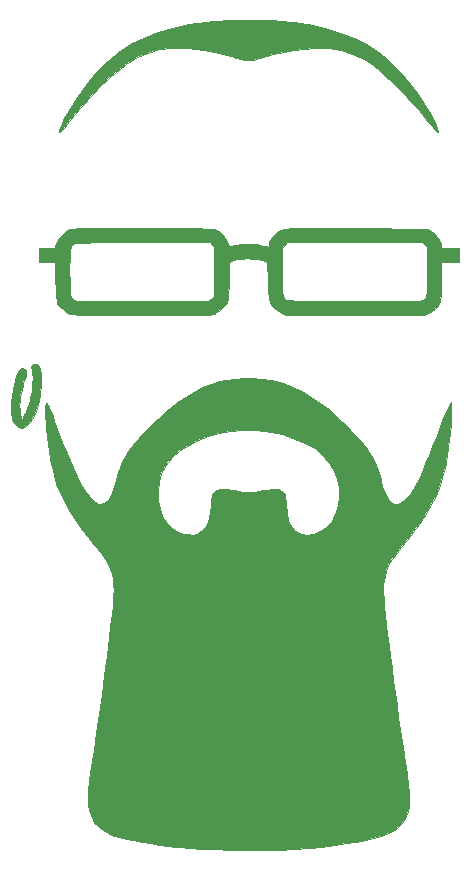
<source format=gbr>
%TF.GenerationSoftware,KiCad,Pcbnew,5.1.6-c6e7f7d~87~ubuntu20.04.1*%
%TF.CreationDate,2020-07-24T20:42:58-07:00*%
%TF.ProjectId,bcdc-coaster,62636463-2d63-46f6-9173-7465722e6b69,rev?*%
%TF.SameCoordinates,Original*%
%TF.FileFunction,Soldermask,Bot*%
%TF.FilePolarity,Negative*%
%FSLAX46Y46*%
G04 Gerber Fmt 4.6, Leading zero omitted, Abs format (unit mm)*
G04 Created by KiCad (PCBNEW 5.1.6-c6e7f7d~87~ubuntu20.04.1) date 2020-07-24 20:42:58*
%MOMM*%
%LPD*%
G01*
G04 APERTURE LIST*
%ADD10C,0.010000*%
G04 APERTURE END LIST*
D10*
%TO.C,G\u002A\u002A\u002A*%
G36*
X105833Y35029969D02*
G01*
X-645816Y35028162D01*
X-1276655Y35022811D01*
X-1806957Y35013187D01*
X-2256993Y34998563D01*
X-2647038Y34978209D01*
X-2997364Y34951398D01*
X-3328243Y34917401D01*
X-3457222Y34901934D01*
X-4919527Y34678223D01*
X-6279584Y34384002D01*
X-7529466Y34021242D01*
X-8572500Y33629822D01*
X-9709253Y33072871D01*
X-10786702Y32387920D01*
X-11804764Y31575050D01*
X-12763358Y30634345D01*
X-13662403Y29565886D01*
X-14501816Y28369755D01*
X-15281516Y27046035D01*
X-15454386Y26719701D01*
X-15692348Y26247575D01*
X-15854113Y25894110D01*
X-15939480Y25659190D01*
X-15948246Y25542698D01*
X-15880211Y25544518D01*
X-15735172Y25664533D01*
X-15512930Y25902627D01*
X-15213282Y26258684D01*
X-15036679Y26478008D01*
X-14142605Y27567131D01*
X-13283717Y28542471D01*
X-12443532Y29421558D01*
X-11605568Y30221922D01*
X-11080910Y30685453D01*
X-10204376Y31359370D01*
X-9305276Y31895302D01*
X-8376749Y32295495D01*
X-7411930Y32562200D01*
X-6403957Y32697663D01*
X-5345967Y32704135D01*
X-4995205Y32679283D01*
X-4336126Y32602719D01*
X-3598177Y32486312D01*
X-2827757Y32339439D01*
X-2071268Y32171478D01*
X-1375111Y31991808D01*
X-926477Y31856957D01*
X-548398Y31739753D01*
X-239987Y31664566D01*
X33721Y31632299D01*
X307685Y31643857D01*
X616870Y31700142D01*
X996236Y31802060D01*
X1371519Y31916360D01*
X2224368Y32157402D01*
X3103396Y32360050D01*
X3982329Y32520673D01*
X4834892Y32635638D01*
X5634811Y32701314D01*
X6355810Y32714069D01*
X6894384Y32679753D01*
X7928791Y32491987D01*
X8924558Y32168791D01*
X9879191Y31711138D01*
X10672084Y31205964D01*
X11105484Y30869319D01*
X11605602Y30435246D01*
X12156189Y29920463D01*
X12740997Y29341686D01*
X13343776Y28715634D01*
X13948279Y28059022D01*
X14538257Y27388569D01*
X15097461Y26720990D01*
X15406672Y26334861D01*
X15633710Y26051339D01*
X15832916Y25812573D01*
X15987071Y25638449D01*
X16078957Y25548856D01*
X16093876Y25541111D01*
X16145194Y25600328D01*
X16157222Y25683632D01*
X16118663Y25855789D01*
X16009991Y26125508D01*
X15841718Y26474539D01*
X15624352Y26884633D01*
X15368404Y27337538D01*
X15084383Y27815005D01*
X14782801Y28298785D01*
X14474166Y28770627D01*
X14168990Y29212281D01*
X13962983Y29493794D01*
X13121399Y30517283D01*
X12222027Y31424401D01*
X11257050Y32219698D01*
X10218649Y32907728D01*
X9099008Y33493041D01*
X7890310Y33980190D01*
X6584737Y34373725D01*
X5174472Y34678199D01*
X5009445Y34706990D01*
X4498600Y34791201D01*
X4036108Y34859735D01*
X3598567Y34914133D01*
X3162578Y34955937D01*
X2704742Y34986687D01*
X2201659Y35007926D01*
X1629930Y35021194D01*
X966153Y35028032D01*
X186930Y35029983D01*
X105833Y35029969D01*
G37*
X105833Y35029969D02*
X-645816Y35028162D01*
X-1276655Y35022811D01*
X-1806957Y35013187D01*
X-2256993Y34998563D01*
X-2647038Y34978209D01*
X-2997364Y34951398D01*
X-3328243Y34917401D01*
X-3457222Y34901934D01*
X-4919527Y34678223D01*
X-6279584Y34384002D01*
X-7529466Y34021242D01*
X-8572500Y33629822D01*
X-9709253Y33072871D01*
X-10786702Y32387920D01*
X-11804764Y31575050D01*
X-12763358Y30634345D01*
X-13662403Y29565886D01*
X-14501816Y28369755D01*
X-15281516Y27046035D01*
X-15454386Y26719701D01*
X-15692348Y26247575D01*
X-15854113Y25894110D01*
X-15939480Y25659190D01*
X-15948246Y25542698D01*
X-15880211Y25544518D01*
X-15735172Y25664533D01*
X-15512930Y25902627D01*
X-15213282Y26258684D01*
X-15036679Y26478008D01*
X-14142605Y27567131D01*
X-13283717Y28542471D01*
X-12443532Y29421558D01*
X-11605568Y30221922D01*
X-11080910Y30685453D01*
X-10204376Y31359370D01*
X-9305276Y31895302D01*
X-8376749Y32295495D01*
X-7411930Y32562200D01*
X-6403957Y32697663D01*
X-5345967Y32704135D01*
X-4995205Y32679283D01*
X-4336126Y32602719D01*
X-3598177Y32486312D01*
X-2827757Y32339439D01*
X-2071268Y32171478D01*
X-1375111Y31991808D01*
X-926477Y31856957D01*
X-548398Y31739753D01*
X-239987Y31664566D01*
X33721Y31632299D01*
X307685Y31643857D01*
X616870Y31700142D01*
X996236Y31802060D01*
X1371519Y31916360D01*
X2224368Y32157402D01*
X3103396Y32360050D01*
X3982329Y32520673D01*
X4834892Y32635638D01*
X5634811Y32701314D01*
X6355810Y32714069D01*
X6894384Y32679753D01*
X7928791Y32491987D01*
X8924558Y32168791D01*
X9879191Y31711138D01*
X10672084Y31205964D01*
X11105484Y30869319D01*
X11605602Y30435246D01*
X12156189Y29920463D01*
X12740997Y29341686D01*
X13343776Y28715634D01*
X13948279Y28059022D01*
X14538257Y27388569D01*
X15097461Y26720990D01*
X15406672Y26334861D01*
X15633710Y26051339D01*
X15832916Y25812573D01*
X15987071Y25638449D01*
X16078957Y25548856D01*
X16093876Y25541111D01*
X16145194Y25600328D01*
X16157222Y25683632D01*
X16118663Y25855789D01*
X16009991Y26125508D01*
X15841718Y26474539D01*
X15624352Y26884633D01*
X15368404Y27337538D01*
X15084383Y27815005D01*
X14782801Y28298785D01*
X14474166Y28770627D01*
X14168990Y29212281D01*
X13962983Y29493794D01*
X13121399Y30517283D01*
X12222027Y31424401D01*
X11257050Y32219698D01*
X10218649Y32907728D01*
X9099008Y33493041D01*
X7890310Y33980190D01*
X6584737Y34373725D01*
X5174472Y34678199D01*
X5009445Y34706990D01*
X4498600Y34791201D01*
X4036108Y34859735D01*
X3598567Y34914133D01*
X3162578Y34955937D01*
X2704742Y34986687D01*
X2201659Y35007926D01*
X1629930Y35021194D01*
X966153Y35028032D01*
X186930Y35029983D01*
X105833Y35029969D01*
G36*
X-9946430Y17427166D02*
G01*
X-10865756Y17426850D01*
X-11662710Y17426054D01*
X-12346660Y17424554D01*
X-12926975Y17422131D01*
X-13413026Y17418562D01*
X-13814180Y17413626D01*
X-14139807Y17407103D01*
X-14399277Y17398769D01*
X-14601958Y17388405D01*
X-14757219Y17375789D01*
X-14874431Y17360698D01*
X-14962961Y17342913D01*
X-15032179Y17322211D01*
X-15091455Y17298371D01*
X-15131717Y17279854D01*
X-15516634Y17027833D01*
X-15843968Y16676433D01*
X-16079171Y16265497D01*
X-16128595Y16130284D01*
X-16253548Y15733889D01*
X-17638889Y15733889D01*
X-17638889Y14534445D01*
X-16237478Y14534445D01*
X-16214989Y12964583D01*
X-16204768Y12396545D01*
X-16188762Y11948892D01*
X-16161660Y11600898D01*
X-16118151Y11331838D01*
X-16052924Y11120986D01*
X-15960669Y10947618D01*
X-15836075Y10791008D01*
X-15673830Y10630431D01*
X-15599459Y10562485D01*
X-15504374Y10473900D01*
X-15421551Y10396205D01*
X-15341601Y10328691D01*
X-15255137Y10270646D01*
X-15152771Y10221358D01*
X-15025116Y10180117D01*
X-14862784Y10146211D01*
X-14656389Y10118930D01*
X-14396542Y10097561D01*
X-14073857Y10081394D01*
X-13678945Y10069717D01*
X-13202419Y10061820D01*
X-12634891Y10056991D01*
X-11966975Y10054518D01*
X-11189283Y10053691D01*
X-10292427Y10053799D01*
X-9267020Y10054130D01*
X-8890000Y10054167D01*
X-7842085Y10054215D01*
X-6925871Y10054513D01*
X-6131949Y10055285D01*
X-5450908Y10056759D01*
X-4873338Y10059162D01*
X-4389829Y10062721D01*
X-3990972Y10067661D01*
X-3667356Y10074211D01*
X-3409572Y10082596D01*
X-3208210Y10093044D01*
X-3053859Y10105781D01*
X-2937109Y10121035D01*
X-2848552Y10139030D01*
X-2778776Y10159996D01*
X-2718372Y10184158D01*
X-2674804Y10203937D01*
X-2276040Y10454296D01*
X-1934205Y10794971D01*
X-1724147Y11119316D01*
X-1678564Y11225981D01*
X-1643087Y11352855D01*
X-1615846Y11520197D01*
X-1594967Y11748266D01*
X-1578580Y12057320D01*
X-1564813Y12467618D01*
X-1552222Y12980138D01*
X-1516944Y14565553D01*
X-1164167Y14705331D01*
X-856638Y14787335D01*
X-454189Y14838562D01*
X385Y14859007D01*
X464289Y14848666D01*
X894730Y14807535D01*
X1248911Y14735609D01*
X1340556Y14705567D01*
X1728611Y14560716D01*
X1766266Y13012997D01*
X1781728Y12453311D01*
X1800758Y12013552D01*
X1828062Y11672536D01*
X1868345Y11409085D01*
X1926314Y11202016D01*
X2006674Y11030150D01*
X2114130Y10872304D01*
X2253389Y10707299D01*
X2286789Y10670116D01*
X2506928Y10472844D01*
X2778406Y10290196D01*
X2911006Y10221352D01*
X3280833Y10054167D01*
X8960556Y10043253D01*
X9851083Y10042302D01*
X10706295Y10042860D01*
X11514890Y10044832D01*
X12265568Y10048124D01*
X12947030Y10052639D01*
X13547974Y10058283D01*
X14057100Y10064960D01*
X14463107Y10072575D01*
X14754696Y10081032D01*
X14920566Y10090237D01*
X14947423Y10093734D01*
X15324025Y10217273D01*
X15686920Y10420012D01*
X15980703Y10669005D01*
X16046815Y10747454D01*
X16169696Y10917143D01*
X16263974Y11077685D01*
X16333407Y11250786D01*
X16381754Y11458153D01*
X16412772Y11721493D01*
X16430220Y12062513D01*
X16437855Y12502918D01*
X16439445Y13015234D01*
X16439445Y14534445D01*
X17921111Y14534445D01*
X17921111Y15733889D01*
X16457480Y15733889D01*
X16444463Y15815299D01*
X15240000Y15815299D01*
X15240000Y13779460D01*
X15239423Y13155082D01*
X15235784Y12656159D01*
X15226220Y12267037D01*
X15207867Y11972058D01*
X15177862Y11755569D01*
X15133341Y11601913D01*
X15071442Y11495435D01*
X14989302Y11420479D01*
X14884056Y11361390D01*
X14789976Y11318831D01*
X14674255Y11298936D01*
X14432102Y11281483D01*
X14076705Y11266426D01*
X13621251Y11253720D01*
X13078928Y11243318D01*
X12462924Y11235174D01*
X11786427Y11229242D01*
X11062623Y11225476D01*
X10304701Y11223830D01*
X9525849Y11224259D01*
X8739254Y11226716D01*
X7958104Y11231155D01*
X7195587Y11237530D01*
X6464889Y11245795D01*
X5779200Y11255905D01*
X5151707Y11267812D01*
X4595597Y11281472D01*
X4124058Y11296838D01*
X3750278Y11313864D01*
X3487444Y11332505D01*
X3348745Y11352714D01*
X3333730Y11358791D01*
X3227946Y11437245D01*
X3144067Y11527668D01*
X3079801Y11646166D01*
X3032853Y11808845D01*
X3000933Y12031810D01*
X2981746Y12331169D01*
X2973001Y12723027D01*
X2972405Y13223491D01*
X2977665Y13848667D01*
X2977780Y13859402D01*
X2998611Y15795412D01*
X3017674Y15815299D01*
X-2751667Y15815299D01*
X-2751667Y13773276D01*
X-2752079Y13181616D01*
X-2754040Y12714499D01*
X-2758632Y12355354D01*
X-2766936Y12087614D01*
X-2780037Y11894711D01*
X-2799018Y11760075D01*
X-2824960Y11667138D01*
X-2858947Y11599331D01*
X-2897216Y11546216D01*
X-3072932Y11391828D01*
X-3267633Y11296119D01*
X-3382943Y11283154D01*
X-3625832Y11271465D01*
X-3982774Y11261053D01*
X-4440243Y11251922D01*
X-4984713Y11244076D01*
X-5602657Y11237517D01*
X-6280549Y11232248D01*
X-7004863Y11228273D01*
X-7762073Y11225593D01*
X-8538652Y11224214D01*
X-9321075Y11224136D01*
X-10095815Y11225364D01*
X-10849345Y11227900D01*
X-11568141Y11231748D01*
X-12238675Y11236910D01*
X-12847422Y11243390D01*
X-13380855Y11251190D01*
X-13825448Y11260314D01*
X-14167674Y11270764D01*
X-14394008Y11282544D01*
X-14485198Y11293612D01*
X-14756345Y11433611D01*
X-14890628Y11593080D01*
X-14931582Y11669057D01*
X-14963508Y11758286D01*
X-14987521Y11878253D01*
X-15004740Y12046443D01*
X-15016279Y12280343D01*
X-15023257Y12597437D01*
X-15026790Y13015213D01*
X-15027994Y13551155D01*
X-15028069Y13745333D01*
X-15027201Y14348704D01*
X-15022954Y14827730D01*
X-15013139Y15199171D01*
X-14995567Y15479789D01*
X-14968050Y15686344D01*
X-14928398Y15835597D01*
X-14874423Y15944308D01*
X-14803937Y16029240D01*
X-14720214Y16102737D01*
X-14685559Y16124840D01*
X-14633656Y16144118D01*
X-14555264Y16160767D01*
X-14441143Y16174980D01*
X-14282054Y16186953D01*
X-14068755Y16196881D01*
X-13792007Y16204958D01*
X-13442569Y16211381D01*
X-13011202Y16216343D01*
X-12488666Y16220039D01*
X-11865719Y16222664D01*
X-11133122Y16224414D01*
X-10281635Y16225483D01*
X-9302017Y16226067D01*
X-8866934Y16226209D01*
X-3164145Y16227778D01*
X-2957906Y16021539D01*
X-2751667Y15815299D01*
X3017674Y15815299D01*
X3413067Y16227778D01*
X14827522Y16227778D01*
X15033761Y16021539D01*
X15240000Y15815299D01*
X16444463Y15815299D01*
X16413765Y16007269D01*
X16304552Y16335477D01*
X16096692Y16674120D01*
X15821880Y16979570D01*
X15563066Y17178222D01*
X15215854Y17391945D01*
X9228865Y17410753D01*
X8172093Y17414033D01*
X7247069Y17416670D01*
X6444429Y17418468D01*
X5754811Y17419233D01*
X5168851Y17418770D01*
X4677188Y17416884D01*
X4270457Y17413381D01*
X3939297Y17408064D01*
X3674343Y17400740D01*
X3466233Y17391214D01*
X3305605Y17379290D01*
X3183095Y17364774D01*
X3089341Y17347471D01*
X3014979Y17327186D01*
X2950646Y17303724D01*
X2891528Y17278846D01*
X2579266Y17094821D01*
X2291091Y16836294D01*
X2053341Y16536380D01*
X1892354Y16228193D01*
X1834445Y15949772D01*
X1824598Y15889710D01*
X1775447Y15866658D01*
X1657573Y15880896D01*
X1441557Y15932707D01*
X1358195Y15954321D01*
X840448Y16046813D01*
X244824Y16084025D01*
X-377058Y16066729D01*
X-973574Y15995697D01*
X-1350810Y15913767D01*
X-1475250Y15895200D01*
X-1550623Y15947421D01*
X-1615595Y16101300D01*
X-1626416Y16133788D01*
X-1847174Y16594966D01*
X-2171644Y16979784D01*
X-2578619Y17265714D01*
X-2773899Y17352724D01*
X-2884228Y17368187D01*
X-3128470Y17381829D01*
X-3507503Y17393659D01*
X-4022206Y17403688D01*
X-4673456Y17411927D01*
X-5462133Y17418386D01*
X-6389116Y17423076D01*
X-7455282Y17426009D01*
X-8661510Y17427194D01*
X-8895362Y17427222D01*
X-9946430Y17427166D01*
G37*
X-9946430Y17427166D02*
X-10865756Y17426850D01*
X-11662710Y17426054D01*
X-12346660Y17424554D01*
X-12926975Y17422131D01*
X-13413026Y17418562D01*
X-13814180Y17413626D01*
X-14139807Y17407103D01*
X-14399277Y17398769D01*
X-14601958Y17388405D01*
X-14757219Y17375789D01*
X-14874431Y17360698D01*
X-14962961Y17342913D01*
X-15032179Y17322211D01*
X-15091455Y17298371D01*
X-15131717Y17279854D01*
X-15516634Y17027833D01*
X-15843968Y16676433D01*
X-16079171Y16265497D01*
X-16128595Y16130284D01*
X-16253548Y15733889D01*
X-17638889Y15733889D01*
X-17638889Y14534445D01*
X-16237478Y14534445D01*
X-16214989Y12964583D01*
X-16204768Y12396545D01*
X-16188762Y11948892D01*
X-16161660Y11600898D01*
X-16118151Y11331838D01*
X-16052924Y11120986D01*
X-15960669Y10947618D01*
X-15836075Y10791008D01*
X-15673830Y10630431D01*
X-15599459Y10562485D01*
X-15504374Y10473900D01*
X-15421551Y10396205D01*
X-15341601Y10328691D01*
X-15255137Y10270646D01*
X-15152771Y10221358D01*
X-15025116Y10180117D01*
X-14862784Y10146211D01*
X-14656389Y10118930D01*
X-14396542Y10097561D01*
X-14073857Y10081394D01*
X-13678945Y10069717D01*
X-13202419Y10061820D01*
X-12634891Y10056991D01*
X-11966975Y10054518D01*
X-11189283Y10053691D01*
X-10292427Y10053799D01*
X-9267020Y10054130D01*
X-8890000Y10054167D01*
X-7842085Y10054215D01*
X-6925871Y10054513D01*
X-6131949Y10055285D01*
X-5450908Y10056759D01*
X-4873338Y10059162D01*
X-4389829Y10062721D01*
X-3990972Y10067661D01*
X-3667356Y10074211D01*
X-3409572Y10082596D01*
X-3208210Y10093044D01*
X-3053859Y10105781D01*
X-2937109Y10121035D01*
X-2848552Y10139030D01*
X-2778776Y10159996D01*
X-2718372Y10184158D01*
X-2674804Y10203937D01*
X-2276040Y10454296D01*
X-1934205Y10794971D01*
X-1724147Y11119316D01*
X-1678564Y11225981D01*
X-1643087Y11352855D01*
X-1615846Y11520197D01*
X-1594967Y11748266D01*
X-1578580Y12057320D01*
X-1564813Y12467618D01*
X-1552222Y12980138D01*
X-1516944Y14565553D01*
X-1164167Y14705331D01*
X-856638Y14787335D01*
X-454189Y14838562D01*
X385Y14859007D01*
X464289Y14848666D01*
X894730Y14807535D01*
X1248911Y14735609D01*
X1340556Y14705567D01*
X1728611Y14560716D01*
X1766266Y13012997D01*
X1781728Y12453311D01*
X1800758Y12013552D01*
X1828062Y11672536D01*
X1868345Y11409085D01*
X1926314Y11202016D01*
X2006674Y11030150D01*
X2114130Y10872304D01*
X2253389Y10707299D01*
X2286789Y10670116D01*
X2506928Y10472844D01*
X2778406Y10290196D01*
X2911006Y10221352D01*
X3280833Y10054167D01*
X8960556Y10043253D01*
X9851083Y10042302D01*
X10706295Y10042860D01*
X11514890Y10044832D01*
X12265568Y10048124D01*
X12947030Y10052639D01*
X13547974Y10058283D01*
X14057100Y10064960D01*
X14463107Y10072575D01*
X14754696Y10081032D01*
X14920566Y10090237D01*
X14947423Y10093734D01*
X15324025Y10217273D01*
X15686920Y10420012D01*
X15980703Y10669005D01*
X16046815Y10747454D01*
X16169696Y10917143D01*
X16263974Y11077685D01*
X16333407Y11250786D01*
X16381754Y11458153D01*
X16412772Y11721493D01*
X16430220Y12062513D01*
X16437855Y12502918D01*
X16439445Y13015234D01*
X16439445Y14534445D01*
X17921111Y14534445D01*
X17921111Y15733889D01*
X16457480Y15733889D01*
X16444463Y15815299D01*
X15240000Y15815299D01*
X15240000Y13779460D01*
X15239423Y13155082D01*
X15235784Y12656159D01*
X15226220Y12267037D01*
X15207867Y11972058D01*
X15177862Y11755569D01*
X15133341Y11601913D01*
X15071442Y11495435D01*
X14989302Y11420479D01*
X14884056Y11361390D01*
X14789976Y11318831D01*
X14674255Y11298936D01*
X14432102Y11281483D01*
X14076705Y11266426D01*
X13621251Y11253720D01*
X13078928Y11243318D01*
X12462924Y11235174D01*
X11786427Y11229242D01*
X11062623Y11225476D01*
X10304701Y11223830D01*
X9525849Y11224259D01*
X8739254Y11226716D01*
X7958104Y11231155D01*
X7195587Y11237530D01*
X6464889Y11245795D01*
X5779200Y11255905D01*
X5151707Y11267812D01*
X4595597Y11281472D01*
X4124058Y11296838D01*
X3750278Y11313864D01*
X3487444Y11332505D01*
X3348745Y11352714D01*
X3333730Y11358791D01*
X3227946Y11437245D01*
X3144067Y11527668D01*
X3079801Y11646166D01*
X3032853Y11808845D01*
X3000933Y12031810D01*
X2981746Y12331169D01*
X2973001Y12723027D01*
X2972405Y13223491D01*
X2977665Y13848667D01*
X2977780Y13859402D01*
X2998611Y15795412D01*
X3017674Y15815299D01*
X-2751667Y15815299D01*
X-2751667Y13773276D01*
X-2752079Y13181616D01*
X-2754040Y12714499D01*
X-2758632Y12355354D01*
X-2766936Y12087614D01*
X-2780037Y11894711D01*
X-2799018Y11760075D01*
X-2824960Y11667138D01*
X-2858947Y11599331D01*
X-2897216Y11546216D01*
X-3072932Y11391828D01*
X-3267633Y11296119D01*
X-3382943Y11283154D01*
X-3625832Y11271465D01*
X-3982774Y11261053D01*
X-4440243Y11251922D01*
X-4984713Y11244076D01*
X-5602657Y11237517D01*
X-6280549Y11232248D01*
X-7004863Y11228273D01*
X-7762073Y11225593D01*
X-8538652Y11224214D01*
X-9321075Y11224136D01*
X-10095815Y11225364D01*
X-10849345Y11227900D01*
X-11568141Y11231748D01*
X-12238675Y11236910D01*
X-12847422Y11243390D01*
X-13380855Y11251190D01*
X-13825448Y11260314D01*
X-14167674Y11270764D01*
X-14394008Y11282544D01*
X-14485198Y11293612D01*
X-14756345Y11433611D01*
X-14890628Y11593080D01*
X-14931582Y11669057D01*
X-14963508Y11758286D01*
X-14987521Y11878253D01*
X-15004740Y12046443D01*
X-15016279Y12280343D01*
X-15023257Y12597437D01*
X-15026790Y13015213D01*
X-15027994Y13551155D01*
X-15028069Y13745333D01*
X-15027201Y14348704D01*
X-15022954Y14827730D01*
X-15013139Y15199171D01*
X-14995567Y15479789D01*
X-14968050Y15686344D01*
X-14928398Y15835597D01*
X-14874423Y15944308D01*
X-14803937Y16029240D01*
X-14720214Y16102737D01*
X-14685559Y16124840D01*
X-14633656Y16144118D01*
X-14555264Y16160767D01*
X-14441143Y16174980D01*
X-14282054Y16186953D01*
X-14068755Y16196881D01*
X-13792007Y16204958D01*
X-13442569Y16211381D01*
X-13011202Y16216343D01*
X-12488666Y16220039D01*
X-11865719Y16222664D01*
X-11133122Y16224414D01*
X-10281635Y16225483D01*
X-9302017Y16226067D01*
X-8866934Y16226209D01*
X-3164145Y16227778D01*
X-2957906Y16021539D01*
X-2751667Y15815299D01*
X3017674Y15815299D01*
X3413067Y16227778D01*
X14827522Y16227778D01*
X15033761Y16021539D01*
X15240000Y15815299D01*
X16444463Y15815299D01*
X16413765Y16007269D01*
X16304552Y16335477D01*
X16096692Y16674120D01*
X15821880Y16979570D01*
X15563066Y17178222D01*
X15215854Y17391945D01*
X9228865Y17410753D01*
X8172093Y17414033D01*
X7247069Y17416670D01*
X6444429Y17418468D01*
X5754811Y17419233D01*
X5168851Y17418770D01*
X4677188Y17416884D01*
X4270457Y17413381D01*
X3939297Y17408064D01*
X3674343Y17400740D01*
X3466233Y17391214D01*
X3305605Y17379290D01*
X3183095Y17364774D01*
X3089341Y17347471D01*
X3014979Y17327186D01*
X2950646Y17303724D01*
X2891528Y17278846D01*
X2579266Y17094821D01*
X2291091Y16836294D01*
X2053341Y16536380D01*
X1892354Y16228193D01*
X1834445Y15949772D01*
X1824598Y15889710D01*
X1775447Y15866658D01*
X1657573Y15880896D01*
X1441557Y15932707D01*
X1358195Y15954321D01*
X840448Y16046813D01*
X244824Y16084025D01*
X-377058Y16066729D01*
X-973574Y15995697D01*
X-1350810Y15913767D01*
X-1475250Y15895200D01*
X-1550623Y15947421D01*
X-1615595Y16101300D01*
X-1626416Y16133788D01*
X-1847174Y16594966D01*
X-2171644Y16979784D01*
X-2578619Y17265714D01*
X-2773899Y17352724D01*
X-2884228Y17368187D01*
X-3128470Y17381829D01*
X-3507503Y17393659D01*
X-4022206Y17403688D01*
X-4673456Y17411927D01*
X-5462133Y17418386D01*
X-6389116Y17423076D01*
X-7455282Y17426009D01*
X-8661510Y17427194D01*
X-8895362Y17427222D01*
X-9946430Y17427166D01*
G36*
X-18046937Y5951107D02*
G01*
X-18184991Y5863469D01*
X-18248560Y5684431D01*
X-18240090Y5401652D01*
X-18200804Y5173966D01*
X-18151785Y4737067D01*
X-18160422Y4207820D01*
X-18224053Y3621445D01*
X-18340013Y3013160D01*
X-18375216Y2868291D01*
X-18473507Y2529975D01*
X-18595654Y2181872D01*
X-18728573Y1854469D01*
X-18859178Y1578254D01*
X-18974386Y1383714D01*
X-19044606Y1308612D01*
X-19109596Y1334206D01*
X-19168786Y1476681D01*
X-19217147Y1711811D01*
X-19249651Y2015368D01*
X-19261273Y2352528D01*
X-19238559Y2769144D01*
X-19176283Y3257450D01*
X-19084019Y3765400D01*
X-18971340Y4240947D01*
X-18847820Y4632044D01*
X-18836669Y4660888D01*
X-18721768Y5030067D01*
X-18707110Y5300193D01*
X-18792695Y5471152D01*
X-18840998Y5504760D01*
X-19027249Y5547638D01*
X-19201780Y5467105D01*
X-19367222Y5259257D01*
X-19526204Y4920192D01*
X-19681356Y4446006D01*
X-19763694Y4135517D01*
X-19846313Y3718785D01*
X-19907196Y3239951D01*
X-19945012Y2734842D01*
X-19958433Y2239283D01*
X-19946130Y1789101D01*
X-19906773Y1420123D01*
X-19870526Y1255713D01*
X-19717177Y892784D01*
X-19508901Y645547D01*
X-19258245Y520385D01*
X-18977756Y523683D01*
X-18690017Y655004D01*
X-18438179Y893860D01*
X-18199158Y1252040D01*
X-17980015Y1707872D01*
X-17787812Y2239687D01*
X-17629609Y2825814D01*
X-17512467Y3444582D01*
X-17443447Y4074322D01*
X-17427506Y4529722D01*
X-17451098Y5072208D01*
X-17521973Y5488232D01*
X-17639331Y5775959D01*
X-17802373Y5933553D01*
X-18010299Y5959181D01*
X-18046937Y5951107D01*
G37*
X-18046937Y5951107D02*
X-18184991Y5863469D01*
X-18248560Y5684431D01*
X-18240090Y5401652D01*
X-18200804Y5173966D01*
X-18151785Y4737067D01*
X-18160422Y4207820D01*
X-18224053Y3621445D01*
X-18340013Y3013160D01*
X-18375216Y2868291D01*
X-18473507Y2529975D01*
X-18595654Y2181872D01*
X-18728573Y1854469D01*
X-18859178Y1578254D01*
X-18974386Y1383714D01*
X-19044606Y1308612D01*
X-19109596Y1334206D01*
X-19168786Y1476681D01*
X-19217147Y1711811D01*
X-19249651Y2015368D01*
X-19261273Y2352528D01*
X-19238559Y2769144D01*
X-19176283Y3257450D01*
X-19084019Y3765400D01*
X-18971340Y4240947D01*
X-18847820Y4632044D01*
X-18836669Y4660888D01*
X-18721768Y5030067D01*
X-18707110Y5300193D01*
X-18792695Y5471152D01*
X-18840998Y5504760D01*
X-19027249Y5547638D01*
X-19201780Y5467105D01*
X-19367222Y5259257D01*
X-19526204Y4920192D01*
X-19681356Y4446006D01*
X-19763694Y4135517D01*
X-19846313Y3718785D01*
X-19907196Y3239951D01*
X-19945012Y2734842D01*
X-19958433Y2239283D01*
X-19946130Y1789101D01*
X-19906773Y1420123D01*
X-19870526Y1255713D01*
X-19717177Y892784D01*
X-19508901Y645547D01*
X-19258245Y520385D01*
X-18977756Y523683D01*
X-18690017Y655004D01*
X-18438179Y893860D01*
X-18199158Y1252040D01*
X-17980015Y1707872D01*
X-17787812Y2239687D01*
X-17629609Y2825814D01*
X-17512467Y3444582D01*
X-17443447Y4074322D01*
X-17427506Y4529722D01*
X-17451098Y5072208D01*
X-17521973Y5488232D01*
X-17639331Y5775959D01*
X-17802373Y5933553D01*
X-18010299Y5959181D01*
X-18046937Y5951107D01*
G36*
X-211667Y4705590D02*
G01*
X-1010684Y4663381D01*
X-1709394Y4582813D01*
X-2345480Y4455051D01*
X-2956622Y4271258D01*
X-3580504Y4022599D01*
X-4039195Y3808050D01*
X-4891548Y3341284D01*
X-5750746Y2772619D01*
X-6626959Y2094206D01*
X-7530354Y1298192D01*
X-8434551Y414124D01*
X-8778551Y57217D01*
X-9114370Y-301132D01*
X-9419836Y-636528D01*
X-9672780Y-924575D01*
X-9851030Y-1140876D01*
X-9868855Y-1164167D01*
X-10257960Y-1749053D01*
X-10598834Y-2396450D01*
X-10867254Y-3055651D01*
X-11014840Y-3563055D01*
X-11178165Y-4217213D01*
X-11340681Y-4744390D01*
X-11509265Y-5158504D01*
X-11690795Y-5473477D01*
X-11892148Y-5703228D01*
X-12120200Y-5861676D01*
X-12160332Y-5881677D01*
X-12345891Y-5954959D01*
X-12490780Y-5956797D01*
X-12644435Y-5903320D01*
X-12957307Y-5706109D01*
X-13291426Y-5370360D01*
X-13646317Y-4896964D01*
X-14021506Y-4286813D01*
X-14416519Y-3540799D01*
X-14830883Y-2659812D01*
X-15264124Y-1644745D01*
X-15715767Y-496488D01*
X-16157394Y705556D01*
X-16311798Y1129619D01*
X-16465728Y1536482D01*
X-16607256Y1895745D01*
X-16724453Y2177007D01*
X-16794143Y2328333D01*
X-16902431Y2538150D01*
X-16965852Y2635838D01*
X-17003113Y2635252D01*
X-17032919Y2550244D01*
X-17042682Y2512396D01*
X-17070685Y2290539D01*
X-17076508Y1950213D01*
X-17062139Y1511975D01*
X-17029564Y996381D01*
X-16980770Y423989D01*
X-16917744Y-184645D01*
X-16842472Y-808964D01*
X-16756941Y-1428410D01*
X-16663139Y-2022426D01*
X-16563052Y-2570457D01*
X-16540736Y-2681111D01*
X-16358277Y-3460348D01*
X-16136049Y-4197602D01*
X-15864554Y-4911120D01*
X-15534294Y-5619152D01*
X-15135770Y-6339945D01*
X-14659485Y-7091748D01*
X-14095942Y-7892809D01*
X-13435642Y-8761377D01*
X-13260547Y-8983381D01*
X-12786296Y-9585756D01*
X-12387709Y-10110855D01*
X-12059758Y-10577717D01*
X-11797415Y-11005379D01*
X-11595656Y-11412880D01*
X-11449452Y-11819259D01*
X-11353777Y-12243553D01*
X-11303605Y-12704801D01*
X-11293908Y-13222042D01*
X-11319661Y-13814314D01*
X-11375836Y-14500655D01*
X-11457407Y-15300103D01*
X-11496843Y-15663333D01*
X-11670461Y-17191912D01*
X-11863970Y-18792728D01*
X-12073052Y-20433952D01*
X-12293388Y-22083754D01*
X-12520660Y-23710304D01*
X-12750548Y-25281771D01*
X-12978736Y-26766327D01*
X-13133754Y-27728333D01*
X-13279864Y-28678490D01*
X-13383330Y-29506945D01*
X-13443338Y-30226767D01*
X-13459074Y-30851022D01*
X-13429726Y-31392778D01*
X-13354479Y-31865102D01*
X-13232520Y-32281062D01*
X-13063036Y-32653725D01*
X-12845212Y-32996158D01*
X-12802214Y-33053751D01*
X-12549825Y-33312266D01*
X-12202168Y-33570413D01*
X-11802470Y-33800767D01*
X-11393956Y-33975904D01*
X-11300993Y-34006191D01*
X-10847528Y-34129620D01*
X-10280359Y-34261418D01*
X-9626286Y-34396857D01*
X-8912106Y-34531210D01*
X-8164618Y-34659750D01*
X-7410621Y-34777750D01*
X-6676913Y-34880481D01*
X-5990293Y-34963218D01*
X-5715000Y-34991586D01*
X-4796942Y-35067788D01*
X-3769641Y-35130735D01*
X-2664395Y-35179867D01*
X-1512499Y-35214627D01*
X-345251Y-35234456D01*
X806054Y-35238796D01*
X1910119Y-35227089D01*
X2935648Y-35198777D01*
X3739445Y-35160214D01*
X5395206Y-35037373D01*
X6960455Y-34872933D01*
X8423960Y-34668486D01*
X9774486Y-34425625D01*
X11000798Y-34145942D01*
X11128122Y-34112867D01*
X11803488Y-33895795D01*
X12356001Y-33629178D01*
X12797651Y-33305054D01*
X13140430Y-32915461D01*
X13285877Y-32680150D01*
X13461780Y-32303937D01*
X13591560Y-31897120D01*
X13675619Y-31444993D01*
X13714361Y-30932849D01*
X13708189Y-30345981D01*
X13657505Y-29669683D01*
X13562715Y-28889248D01*
X13424221Y-27989970D01*
X13415884Y-27940000D01*
X13266478Y-27027006D01*
X13114997Y-26062780D01*
X12962820Y-25058469D01*
X12811327Y-24025218D01*
X12661896Y-22974172D01*
X12515906Y-21916478D01*
X12374734Y-20863280D01*
X12239761Y-19825725D01*
X12112365Y-18814957D01*
X11993924Y-17842123D01*
X11885818Y-16918367D01*
X11789424Y-16054836D01*
X11706122Y-15262675D01*
X11637290Y-14553030D01*
X11584307Y-13937046D01*
X11548552Y-13425869D01*
X11531403Y-13030644D01*
X11534240Y-12762517D01*
X11535820Y-12741396D01*
X11653025Y-11988221D01*
X11878189Y-11301541D01*
X12222467Y-10654792D01*
X12659726Y-10065391D01*
X13034457Y-9608442D01*
X13443278Y-9090697D01*
X13861508Y-8544881D01*
X14264470Y-8003714D01*
X14627486Y-7499920D01*
X14925875Y-7066221D01*
X14956275Y-7020278D01*
X15517652Y-6105979D01*
X15971771Y-5223347D01*
X16334669Y-4335408D01*
X16622380Y-3405190D01*
X16748781Y-2887230D01*
X16856011Y-2358941D01*
X16957787Y-1763442D01*
X17051512Y-1125512D01*
X17134590Y-469930D01*
X17204424Y178521D01*
X17258417Y795063D01*
X17293973Y1354915D01*
X17308494Y1833298D01*
X17299385Y2205430D01*
X17291611Y2293056D01*
X17244882Y2716389D01*
X17010370Y2222500D01*
X16922769Y2025424D01*
X16794216Y1719183D01*
X16633897Y1326512D01*
X16451001Y870149D01*
X16254714Y372830D01*
X16054225Y-142708D01*
X16046195Y-163523D01*
X15832028Y-713588D01*
X15608885Y-1277303D01*
X15388902Y-1824670D01*
X15184216Y-2325694D01*
X15006962Y-2750377D01*
X14886348Y-3030249D01*
X14536332Y-3775163D01*
X14187204Y-4425094D01*
X13844924Y-4971248D01*
X13515452Y-5404836D01*
X13204747Y-5717065D01*
X12951448Y-5884523D01*
X12768136Y-5956277D01*
X12623235Y-5955721D01*
X12473343Y-5902132D01*
X12192405Y-5731528D01*
X11948813Y-5470062D01*
X11856400Y-5311868D01*
X7806018Y-5311868D01*
X7687969Y-6063371D01*
X7471310Y-6762634D01*
X7184293Y-7341047D01*
X6824312Y-7801541D01*
X6388761Y-8147046D01*
X5875034Y-8380494D01*
X5554860Y-8462852D01*
X5069102Y-8522727D01*
X4667034Y-8490123D01*
X4405785Y-8404145D01*
X4103235Y-8206067D01*
X3818095Y-7912380D01*
X3588435Y-7567063D01*
X3490908Y-7347190D01*
X3439801Y-7143782D01*
X3389340Y-6842566D01*
X3345850Y-6486731D01*
X3319088Y-6173611D01*
X3284706Y-5735734D01*
X3244130Y-5413335D01*
X3189865Y-5180786D01*
X3114417Y-5012460D01*
X3010289Y-4882728D01*
X2918109Y-4802559D01*
X2809464Y-4728440D01*
X2691444Y-4685175D01*
X2527418Y-4667267D01*
X2280754Y-4669218D01*
X2083812Y-4677357D01*
X1725179Y-4706399D01*
X1353201Y-4756419D01*
X1038051Y-4817616D01*
X987778Y-4830399D01*
X591162Y-4899551D01*
X126305Y-4922892D01*
X-352103Y-4902109D01*
X-789377Y-4838893D01*
X-1049565Y-4767503D01*
X-1318760Y-4703375D01*
X-1674612Y-4664855D01*
X-1939633Y-4656667D01*
X-2288608Y-4669700D01*
X-2553017Y-4720298D01*
X-2745959Y-4825707D01*
X-2880533Y-5003174D01*
X-2969836Y-5269947D01*
X-3026968Y-5643271D01*
X-3064907Y-6138333D01*
X-3114083Y-6686945D01*
X-3195968Y-7127837D01*
X-3319342Y-7492355D01*
X-3492985Y-7811845D01*
X-3561311Y-7910670D01*
X-3858485Y-8231724D01*
X-4204042Y-8433490D01*
X-4611575Y-8520232D01*
X-5094682Y-8496214D01*
X-5305833Y-8457891D01*
X-5880482Y-8270271D01*
X-6378092Y-7972427D01*
X-6785622Y-7574347D01*
X-7086350Y-7093849D01*
X-7370008Y-6343596D01*
X-7527207Y-5571712D01*
X-7557755Y-4797132D01*
X-7461457Y-4038794D01*
X-7238120Y-3315632D01*
X-7127374Y-3069167D01*
X-6748272Y-2450604D01*
X-6248353Y-1881721D01*
X-5640511Y-1367099D01*
X-4937639Y-911320D01*
X-4152631Y-518964D01*
X-3298382Y-194614D01*
X-2387785Y57149D01*
X-1433733Y231742D01*
X-449121Y324586D01*
X553157Y331097D01*
X1560209Y246695D01*
X2010833Y177950D01*
X2929918Y-24204D01*
X3820739Y-300288D01*
X4653350Y-638665D01*
X5397806Y-1027701D01*
X5820103Y-1302128D01*
X6459349Y-1836100D01*
X6980346Y-2436685D01*
X7379302Y-3094217D01*
X7652427Y-3799035D01*
X7795930Y-4541473D01*
X7806018Y-5311868D01*
X11856400Y-5311868D01*
X11736222Y-5106149D01*
X11548292Y-4628205D01*
X11378678Y-4024643D01*
X11329363Y-3812629D01*
X11097778Y-3016928D01*
X10768370Y-2232114D01*
X10363144Y-1506235D01*
X10100315Y-1128889D01*
X9945199Y-940130D01*
X9710690Y-674405D01*
X9417486Y-354219D01*
X9086284Y-2074D01*
X8737784Y359526D01*
X8632950Y466490D01*
X7787845Y1292853D01*
X6987737Y2005896D01*
X6215239Y2618869D01*
X5452961Y3145021D01*
X4683513Y3597602D01*
X4198056Y3845699D01*
X3466974Y4167925D01*
X2760378Y4409326D01*
X2045186Y4576351D01*
X1288315Y4675453D01*
X456683Y4713081D01*
X-211667Y4705590D01*
G37*
X-211667Y4705590D02*
X-1010684Y4663381D01*
X-1709394Y4582813D01*
X-2345480Y4455051D01*
X-2956622Y4271258D01*
X-3580504Y4022599D01*
X-4039195Y3808050D01*
X-4891548Y3341284D01*
X-5750746Y2772619D01*
X-6626959Y2094206D01*
X-7530354Y1298192D01*
X-8434551Y414124D01*
X-8778551Y57217D01*
X-9114370Y-301132D01*
X-9419836Y-636528D01*
X-9672780Y-924575D01*
X-9851030Y-1140876D01*
X-9868855Y-1164167D01*
X-10257960Y-1749053D01*
X-10598834Y-2396450D01*
X-10867254Y-3055651D01*
X-11014840Y-3563055D01*
X-11178165Y-4217213D01*
X-11340681Y-4744390D01*
X-11509265Y-5158504D01*
X-11690795Y-5473477D01*
X-11892148Y-5703228D01*
X-12120200Y-5861676D01*
X-12160332Y-5881677D01*
X-12345891Y-5954959D01*
X-12490780Y-5956797D01*
X-12644435Y-5903320D01*
X-12957307Y-5706109D01*
X-13291426Y-5370360D01*
X-13646317Y-4896964D01*
X-14021506Y-4286813D01*
X-14416519Y-3540799D01*
X-14830883Y-2659812D01*
X-15264124Y-1644745D01*
X-15715767Y-496488D01*
X-16157394Y705556D01*
X-16311798Y1129619D01*
X-16465728Y1536482D01*
X-16607256Y1895745D01*
X-16724453Y2177007D01*
X-16794143Y2328333D01*
X-16902431Y2538150D01*
X-16965852Y2635838D01*
X-17003113Y2635252D01*
X-17032919Y2550244D01*
X-17042682Y2512396D01*
X-17070685Y2290539D01*
X-17076508Y1950213D01*
X-17062139Y1511975D01*
X-17029564Y996381D01*
X-16980770Y423989D01*
X-16917744Y-184645D01*
X-16842472Y-808964D01*
X-16756941Y-1428410D01*
X-16663139Y-2022426D01*
X-16563052Y-2570457D01*
X-16540736Y-2681111D01*
X-16358277Y-3460348D01*
X-16136049Y-4197602D01*
X-15864554Y-4911120D01*
X-15534294Y-5619152D01*
X-15135770Y-6339945D01*
X-14659485Y-7091748D01*
X-14095942Y-7892809D01*
X-13435642Y-8761377D01*
X-13260547Y-8983381D01*
X-12786296Y-9585756D01*
X-12387709Y-10110855D01*
X-12059758Y-10577717D01*
X-11797415Y-11005379D01*
X-11595656Y-11412880D01*
X-11449452Y-11819259D01*
X-11353777Y-12243553D01*
X-11303605Y-12704801D01*
X-11293908Y-13222042D01*
X-11319661Y-13814314D01*
X-11375836Y-14500655D01*
X-11457407Y-15300103D01*
X-11496843Y-15663333D01*
X-11670461Y-17191912D01*
X-11863970Y-18792728D01*
X-12073052Y-20433952D01*
X-12293388Y-22083754D01*
X-12520660Y-23710304D01*
X-12750548Y-25281771D01*
X-12978736Y-26766327D01*
X-13133754Y-27728333D01*
X-13279864Y-28678490D01*
X-13383330Y-29506945D01*
X-13443338Y-30226767D01*
X-13459074Y-30851022D01*
X-13429726Y-31392778D01*
X-13354479Y-31865102D01*
X-13232520Y-32281062D01*
X-13063036Y-32653725D01*
X-12845212Y-32996158D01*
X-12802214Y-33053751D01*
X-12549825Y-33312266D01*
X-12202168Y-33570413D01*
X-11802470Y-33800767D01*
X-11393956Y-33975904D01*
X-11300993Y-34006191D01*
X-10847528Y-34129620D01*
X-10280359Y-34261418D01*
X-9626286Y-34396857D01*
X-8912106Y-34531210D01*
X-8164618Y-34659750D01*
X-7410621Y-34777750D01*
X-6676913Y-34880481D01*
X-5990293Y-34963218D01*
X-5715000Y-34991586D01*
X-4796942Y-35067788D01*
X-3769641Y-35130735D01*
X-2664395Y-35179867D01*
X-1512499Y-35214627D01*
X-345251Y-35234456D01*
X806054Y-35238796D01*
X1910119Y-35227089D01*
X2935648Y-35198777D01*
X3739445Y-35160214D01*
X5395206Y-35037373D01*
X6960455Y-34872933D01*
X8423960Y-34668486D01*
X9774486Y-34425625D01*
X11000798Y-34145942D01*
X11128122Y-34112867D01*
X11803488Y-33895795D01*
X12356001Y-33629178D01*
X12797651Y-33305054D01*
X13140430Y-32915461D01*
X13285877Y-32680150D01*
X13461780Y-32303937D01*
X13591560Y-31897120D01*
X13675619Y-31444993D01*
X13714361Y-30932849D01*
X13708189Y-30345981D01*
X13657505Y-29669683D01*
X13562715Y-28889248D01*
X13424221Y-27989970D01*
X13415884Y-27940000D01*
X13266478Y-27027006D01*
X13114997Y-26062780D01*
X12962820Y-25058469D01*
X12811327Y-24025218D01*
X12661896Y-22974172D01*
X12515906Y-21916478D01*
X12374734Y-20863280D01*
X12239761Y-19825725D01*
X12112365Y-18814957D01*
X11993924Y-17842123D01*
X11885818Y-16918367D01*
X11789424Y-16054836D01*
X11706122Y-15262675D01*
X11637290Y-14553030D01*
X11584307Y-13937046D01*
X11548552Y-13425869D01*
X11531403Y-13030644D01*
X11534240Y-12762517D01*
X11535820Y-12741396D01*
X11653025Y-11988221D01*
X11878189Y-11301541D01*
X12222467Y-10654792D01*
X12659726Y-10065391D01*
X13034457Y-9608442D01*
X13443278Y-9090697D01*
X13861508Y-8544881D01*
X14264470Y-8003714D01*
X14627486Y-7499920D01*
X14925875Y-7066221D01*
X14956275Y-7020278D01*
X15517652Y-6105979D01*
X15971771Y-5223347D01*
X16334669Y-4335408D01*
X16622380Y-3405190D01*
X16748781Y-2887230D01*
X16856011Y-2358941D01*
X16957787Y-1763442D01*
X17051512Y-1125512D01*
X17134590Y-469930D01*
X17204424Y178521D01*
X17258417Y795063D01*
X17293973Y1354915D01*
X17308494Y1833298D01*
X17299385Y2205430D01*
X17291611Y2293056D01*
X17244882Y2716389D01*
X17010370Y2222500D01*
X16922769Y2025424D01*
X16794216Y1719183D01*
X16633897Y1326512D01*
X16451001Y870149D01*
X16254714Y372830D01*
X16054225Y-142708D01*
X16046195Y-163523D01*
X15832028Y-713588D01*
X15608885Y-1277303D01*
X15388902Y-1824670D01*
X15184216Y-2325694D01*
X15006962Y-2750377D01*
X14886348Y-3030249D01*
X14536332Y-3775163D01*
X14187204Y-4425094D01*
X13844924Y-4971248D01*
X13515452Y-5404836D01*
X13204747Y-5717065D01*
X12951448Y-5884523D01*
X12768136Y-5956277D01*
X12623235Y-5955721D01*
X12473343Y-5902132D01*
X12192405Y-5731528D01*
X11948813Y-5470062D01*
X11856400Y-5311868D01*
X7806018Y-5311868D01*
X7687969Y-6063371D01*
X7471310Y-6762634D01*
X7184293Y-7341047D01*
X6824312Y-7801541D01*
X6388761Y-8147046D01*
X5875034Y-8380494D01*
X5554860Y-8462852D01*
X5069102Y-8522727D01*
X4667034Y-8490123D01*
X4405785Y-8404145D01*
X4103235Y-8206067D01*
X3818095Y-7912380D01*
X3588435Y-7567063D01*
X3490908Y-7347190D01*
X3439801Y-7143782D01*
X3389340Y-6842566D01*
X3345850Y-6486731D01*
X3319088Y-6173611D01*
X3284706Y-5735734D01*
X3244130Y-5413335D01*
X3189865Y-5180786D01*
X3114417Y-5012460D01*
X3010289Y-4882728D01*
X2918109Y-4802559D01*
X2809464Y-4728440D01*
X2691444Y-4685175D01*
X2527418Y-4667267D01*
X2280754Y-4669218D01*
X2083812Y-4677357D01*
X1725179Y-4706399D01*
X1353201Y-4756419D01*
X1038051Y-4817616D01*
X987778Y-4830399D01*
X591162Y-4899551D01*
X126305Y-4922892D01*
X-352103Y-4902109D01*
X-789377Y-4838893D01*
X-1049565Y-4767503D01*
X-1318760Y-4703375D01*
X-1674612Y-4664855D01*
X-1939633Y-4656667D01*
X-2288608Y-4669700D01*
X-2553017Y-4720298D01*
X-2745959Y-4825707D01*
X-2880533Y-5003174D01*
X-2969836Y-5269947D01*
X-3026968Y-5643271D01*
X-3064907Y-6138333D01*
X-3114083Y-6686945D01*
X-3195968Y-7127837D01*
X-3319342Y-7492355D01*
X-3492985Y-7811845D01*
X-3561311Y-7910670D01*
X-3858485Y-8231724D01*
X-4204042Y-8433490D01*
X-4611575Y-8520232D01*
X-5094682Y-8496214D01*
X-5305833Y-8457891D01*
X-5880482Y-8270271D01*
X-6378092Y-7972427D01*
X-6785622Y-7574347D01*
X-7086350Y-7093849D01*
X-7370008Y-6343596D01*
X-7527207Y-5571712D01*
X-7557755Y-4797132D01*
X-7461457Y-4038794D01*
X-7238120Y-3315632D01*
X-7127374Y-3069167D01*
X-6748272Y-2450604D01*
X-6248353Y-1881721D01*
X-5640511Y-1367099D01*
X-4937639Y-911320D01*
X-4152631Y-518964D01*
X-3298382Y-194614D01*
X-2387785Y57149D01*
X-1433733Y231742D01*
X-449121Y324586D01*
X553157Y331097D01*
X1560209Y246695D01*
X2010833Y177950D01*
X2929918Y-24204D01*
X3820739Y-300288D01*
X4653350Y-638665D01*
X5397806Y-1027701D01*
X5820103Y-1302128D01*
X6459349Y-1836100D01*
X6980346Y-2436685D01*
X7379302Y-3094217D01*
X7652427Y-3799035D01*
X7795930Y-4541473D01*
X7806018Y-5311868D01*
X11856400Y-5311868D01*
X11736222Y-5106149D01*
X11548292Y-4628205D01*
X11378678Y-4024643D01*
X11329363Y-3812629D01*
X11097778Y-3016928D01*
X10768370Y-2232114D01*
X10363144Y-1506235D01*
X10100315Y-1128889D01*
X9945199Y-940130D01*
X9710690Y-674405D01*
X9417486Y-354219D01*
X9086284Y-2074D01*
X8737784Y359526D01*
X8632950Y466490D01*
X7787845Y1292853D01*
X6987737Y2005896D01*
X6215239Y2618869D01*
X5452961Y3145021D01*
X4683513Y3597602D01*
X4198056Y3845699D01*
X3466974Y4167925D01*
X2760378Y4409326D01*
X2045186Y4576351D01*
X1288315Y4675453D01*
X456683Y4713081D01*
X-211667Y4705590D01*
%TD*%
M02*

</source>
